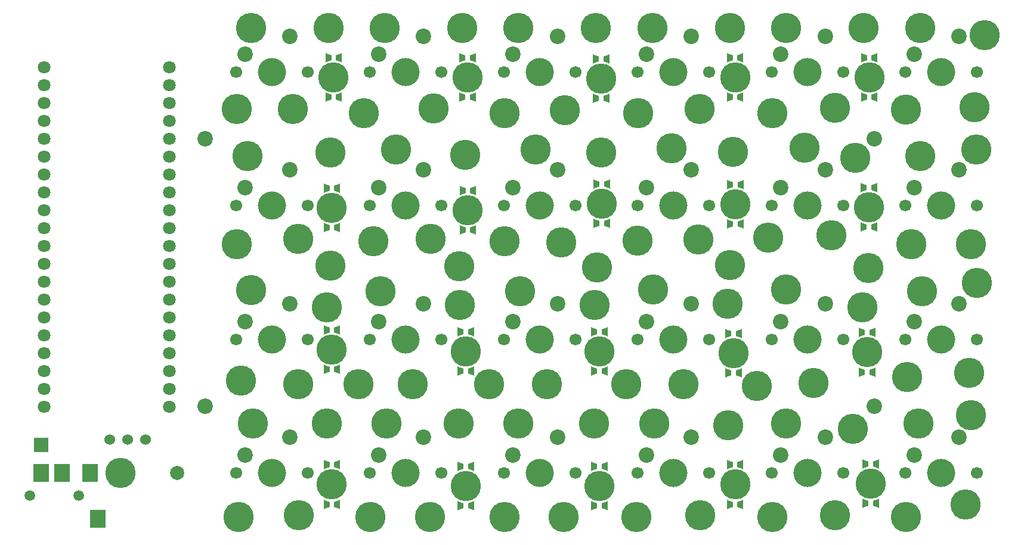
<source format=gts>
G04 #@! TF.GenerationSoftware,KiCad,Pcbnew,(6.0.1)*
G04 #@! TF.CreationDate,2022-02-20T21:27:20+09:00*
G04 #@! TF.ProjectId,kidoairaku,6b69646f-6169-4726-916b-752e6b696361,rev?*
G04 #@! TF.SameCoordinates,Original*
G04 #@! TF.FileFunction,Soldermask,Top*
G04 #@! TF.FilePolarity,Negative*
%FSLAX46Y46*%
G04 Gerber Fmt 4.6, Leading zero omitted, Abs format (unit mm)*
G04 Created by KiCad (PCBNEW (6.0.1)) date 2022-02-20 21:27:20*
%MOMM*%
%LPD*%
G01*
G04 APERTURE LIST*
G04 Aperture macros list*
%AMOutline4P*
0 Free polygon, 4 corners , with rotation*
0 The origin of the aperture is its center*
0 number of corners: always 4*
0 $1 to $8 corner X, Y*
0 $9 Rotation angle, in degrees counterclockwise*
0 create outline with 4 corners*
4,1,4,$1,$2,$3,$4,$5,$6,$7,$8,$1,$2,$9*%
G04 Aperture macros list end*
%ADD10C,2.200000*%
%ADD11R,2.000000X2.000000*%
%ADD12C,2.000000*%
%ADD13C,1.700000*%
%ADD14C,4.000000*%
%ADD15C,4.300000*%
%ADD16Outline4P,-0.650000X-0.410000X0.650000X-0.410000X0.350000X0.410000X-0.350000X0.410000X270.000000*%
%ADD17Outline4P,-0.350000X-0.410000X0.350000X-0.410000X0.650000X0.410000X-0.650000X0.410000X270.000000*%
%ADD18C,1.800000*%
%ADD19C,1.500000*%
%ADD20R,2.200000X2.500000*%
%ADD21C,1.524000*%
G04 APERTURE END LIST*
D10*
G04 #@! TO.C,H3*
X85500000Y-137750000D03*
G04 #@! TD*
G04 #@! TO.C,H4*
X180500000Y-99750000D03*
G04 #@! TD*
G04 #@! TO.C,H6*
X180500000Y-137750000D03*
G04 #@! TD*
G04 #@! TO.C,H9*
X85500000Y-99750000D03*
G04 #@! TD*
D11*
G04 #@! TO.C,J51*
X62250000Y-143250000D03*
G04 #@! TD*
D12*
G04 #@! TO.C,J52*
X81534000Y-147250000D03*
G04 #@! TD*
D13*
G04 #@! TO.C,SW1*
X100080000Y-90250000D03*
D14*
X95000000Y-90250000D03*
D13*
X89920000Y-90250000D03*
D10*
X97540000Y-85170000D03*
X91190000Y-87710000D03*
G04 #@! TD*
D13*
G04 #@! TO.C,SW2*
X119080000Y-90250000D03*
X108920000Y-90250000D03*
D14*
X114000000Y-90250000D03*
D10*
X116540000Y-85170000D03*
X110190000Y-87710000D03*
G04 #@! TD*
D13*
G04 #@! TO.C,SW3*
X138080000Y-90250000D03*
X127920000Y-90250000D03*
D14*
X133000000Y-90250000D03*
D10*
X135540000Y-85170000D03*
X129190000Y-87710000D03*
G04 #@! TD*
D14*
G04 #@! TO.C,SW4*
X152000000Y-90250000D03*
D13*
X146920000Y-90250000D03*
X157080000Y-90250000D03*
D10*
X154540000Y-85170000D03*
X148190000Y-87710000D03*
G04 #@! TD*
D13*
G04 #@! TO.C,SW5*
X165920000Y-90250000D03*
X176080000Y-90250000D03*
D14*
X171000000Y-90250000D03*
D10*
X173540000Y-85170000D03*
X167190000Y-87710000D03*
G04 #@! TD*
D13*
G04 #@! TO.C,SW6*
X184920000Y-90250000D03*
X195080000Y-90250000D03*
D14*
X190000000Y-90250000D03*
D10*
X192540000Y-85170000D03*
X186190000Y-87710000D03*
G04 #@! TD*
D14*
G04 #@! TO.C,SW11*
X95000000Y-109250000D03*
D13*
X100080000Y-109250000D03*
X89920000Y-109250000D03*
D10*
X97540000Y-104170000D03*
X91190000Y-106710000D03*
G04 #@! TD*
D13*
G04 #@! TO.C,SW12*
X108920000Y-109250000D03*
X119080000Y-109250000D03*
D14*
X114000000Y-109250000D03*
D10*
X116540000Y-104170000D03*
X110190000Y-106710000D03*
G04 #@! TD*
D13*
G04 #@! TO.C,SW13*
X138080000Y-109250000D03*
X127920000Y-109250000D03*
D14*
X133000000Y-109250000D03*
D10*
X135540000Y-104170000D03*
X129190000Y-106710000D03*
G04 #@! TD*
D13*
G04 #@! TO.C,SW14*
X146920000Y-109250000D03*
X157080000Y-109250000D03*
D14*
X152000000Y-109250000D03*
D10*
X154540000Y-104170000D03*
X148190000Y-106710000D03*
G04 #@! TD*
D14*
G04 #@! TO.C,SW15*
X171000000Y-109250000D03*
D13*
X165920000Y-109250000D03*
X176080000Y-109250000D03*
D10*
X173540000Y-104170000D03*
X167190000Y-106710000D03*
G04 #@! TD*
D13*
G04 #@! TO.C,SW16*
X195080000Y-109250000D03*
D14*
X190000000Y-109250000D03*
D13*
X184920000Y-109250000D03*
D10*
X192540000Y-104170000D03*
X186190000Y-106710000D03*
G04 #@! TD*
D13*
G04 #@! TO.C,SW21*
X100080000Y-128250000D03*
D14*
X95000000Y-128250000D03*
D13*
X89920000Y-128250000D03*
D10*
X97540000Y-123170000D03*
X91190000Y-125710000D03*
G04 #@! TD*
D13*
G04 #@! TO.C,SW22*
X119080000Y-128250000D03*
X108920000Y-128250000D03*
D14*
X114000000Y-128250000D03*
D10*
X116540000Y-123170000D03*
X110190000Y-125710000D03*
G04 #@! TD*
D13*
G04 #@! TO.C,SW23*
X127920000Y-128250000D03*
X138080000Y-128250000D03*
D14*
X133000000Y-128250000D03*
D10*
X135540000Y-123170000D03*
X129190000Y-125710000D03*
G04 #@! TD*
D13*
G04 #@! TO.C,SW24*
X146920000Y-128250000D03*
X157080000Y-128250000D03*
D14*
X152000000Y-128250000D03*
D10*
X154540000Y-123170000D03*
X148190000Y-125710000D03*
G04 #@! TD*
D14*
G04 #@! TO.C,SW25*
X171000000Y-128250000D03*
D13*
X176080000Y-128250000D03*
X165920000Y-128250000D03*
D10*
X173540000Y-123170000D03*
X167190000Y-125710000D03*
G04 #@! TD*
D14*
G04 #@! TO.C,SW26*
X190000000Y-128250000D03*
D13*
X195080000Y-128250000D03*
X184920000Y-128250000D03*
D10*
X192540000Y-123170000D03*
X186190000Y-125710000D03*
G04 #@! TD*
D13*
G04 #@! TO.C,SW31*
X100080000Y-147250000D03*
D14*
X95000000Y-147250000D03*
D13*
X89920000Y-147250000D03*
D10*
X97540000Y-142170000D03*
X91190000Y-144710000D03*
G04 #@! TD*
D13*
G04 #@! TO.C,SW32*
X108920000Y-147250000D03*
X119080000Y-147250000D03*
D14*
X114000000Y-147250000D03*
D10*
X116540000Y-142170000D03*
X110190000Y-144710000D03*
G04 #@! TD*
D13*
G04 #@! TO.C,SW33*
X127920000Y-147250000D03*
X138080000Y-147250000D03*
D14*
X133000000Y-147250000D03*
D10*
X135540000Y-142170000D03*
X129190000Y-144710000D03*
G04 #@! TD*
D13*
G04 #@! TO.C,SW34*
X146920000Y-147250000D03*
X157080000Y-147250000D03*
D14*
X152000000Y-147250000D03*
D10*
X154540000Y-142170000D03*
X148190000Y-144710000D03*
G04 #@! TD*
D14*
G04 #@! TO.C,SW35*
X171000000Y-147250000D03*
D13*
X165920000Y-147250000D03*
X176080000Y-147250000D03*
D10*
X173540000Y-142170000D03*
X167190000Y-144710000D03*
G04 #@! TD*
D13*
G04 #@! TO.C,SW36*
X184920000Y-147250000D03*
X195080000Y-147250000D03*
D14*
X190000000Y-147250000D03*
D10*
X192540000Y-142170000D03*
X186190000Y-144710000D03*
G04 #@! TD*
D15*
G04 #@! TO.C,D101*
X187000000Y-84000000D03*
G04 #@! TD*
G04 #@! TO.C,D102*
X179000000Y-84000000D03*
G04 #@! TD*
G04 #@! TO.C,D103*
X168000000Y-84000000D03*
G04 #@! TD*
G04 #@! TO.C,D104*
X160000000Y-84000000D03*
G04 #@! TD*
G04 #@! TO.C,D105*
X149000000Y-84000000D03*
G04 #@! TD*
G04 #@! TO.C,D106*
X141000000Y-84000000D03*
G04 #@! TD*
G04 #@! TO.C,D107*
X130000000Y-84000000D03*
G04 #@! TD*
G04 #@! TO.C,D108*
X122000000Y-84000000D03*
G04 #@! TD*
G04 #@! TO.C,D109*
X111000000Y-84000000D03*
G04 #@! TD*
G04 #@! TO.C,D110*
X103000000Y-84000000D03*
G04 #@! TD*
G04 #@! TO.C,D111*
X92000000Y-84000000D03*
G04 #@! TD*
G04 #@! TO.C,D112*
X194700000Y-95250000D03*
G04 #@! TD*
G04 #@! TO.C,D113*
X185000000Y-95600000D03*
G04 #@! TD*
G04 #@! TO.C,D114*
X174900000Y-95350000D03*
G04 #@! TD*
G04 #@! TO.C,D115*
X166000000Y-96100000D03*
G04 #@! TD*
G04 #@! TO.C,D116*
X155700000Y-95500000D03*
G04 #@! TD*
G04 #@! TO.C,D117*
X147000000Y-96100000D03*
G04 #@! TD*
G04 #@! TO.C,D118*
X136600000Y-95700000D03*
G04 #@! TD*
G04 #@! TO.C,D119*
X128000000Y-96100000D03*
G04 #@! TD*
G04 #@! TO.C,D120*
X117900000Y-95450000D03*
G04 #@! TD*
G04 #@! TO.C,D121*
X108000000Y-96100000D03*
G04 #@! TD*
G04 #@! TO.C,D122*
X98000000Y-95500000D03*
G04 #@! TD*
G04 #@! TO.C,D123*
X90000000Y-95500000D03*
G04 #@! TD*
G04 #@! TO.C,D124*
X187000000Y-102200000D03*
G04 #@! TD*
G04 #@! TO.C,D125*
X177800000Y-102500000D03*
G04 #@! TD*
G04 #@! TO.C,D126*
X170600000Y-101000000D03*
G04 #@! TD*
G04 #@! TO.C,D127*
X160400000Y-101600000D03*
G04 #@! TD*
G04 #@! TO.C,D128*
X151700000Y-101100000D03*
G04 #@! TD*
G04 #@! TO.C,D129*
X141700000Y-101700000D03*
G04 #@! TD*
G04 #@! TO.C,D130*
X132400000Y-101300000D03*
G04 #@! TD*
G04 #@! TO.C,D131*
X122400000Y-102000000D03*
G04 #@! TD*
G04 #@! TO.C,D132*
X112600000Y-101250000D03*
G04 #@! TD*
G04 #@! TO.C,D133*
X103300000Y-101700000D03*
G04 #@! TD*
G04 #@! TO.C,D134*
X91500000Y-102250000D03*
G04 #@! TD*
G04 #@! TO.C,D135*
X194250000Y-114750000D03*
G04 #@! TD*
G04 #@! TO.C,D136*
X185750000Y-114750000D03*
G04 #@! TD*
G04 #@! TO.C,D137*
X174400000Y-113500000D03*
G04 #@! TD*
G04 #@! TO.C,D138*
X165400000Y-113800000D03*
G04 #@! TD*
G04 #@! TO.C,D139*
X155500000Y-114100000D03*
G04 #@! TD*
G04 #@! TO.C,D140*
X146900000Y-114250000D03*
G04 #@! TD*
G04 #@! TO.C,D141*
X136100000Y-114450000D03*
G04 #@! TD*
G04 #@! TO.C,D142*
X128000000Y-114300000D03*
G04 #@! TD*
G04 #@! TO.C,D143*
X117500000Y-114000000D03*
G04 #@! TD*
G04 #@! TO.C,D144*
X109400000Y-114300000D03*
G04 #@! TD*
G04 #@! TO.C,D145*
X98700000Y-113950000D03*
G04 #@! TD*
G04 #@! TO.C,D146*
X90000000Y-114750000D03*
G04 #@! TD*
G04 #@! TO.C,D147*
X195050000Y-120250000D03*
G04 #@! TD*
G04 #@! TO.C,D148*
X178800000Y-123700000D03*
G04 #@! TD*
G04 #@! TO.C,D149*
X168000000Y-121200000D03*
G04 #@! TD*
G04 #@! TO.C,D150*
X159700000Y-123200000D03*
G04 #@! TD*
G04 #@! TO.C,D151*
X149100000Y-121200000D03*
G04 #@! TD*
G04 #@! TO.C,D152*
X140800000Y-123400000D03*
G04 #@! TD*
G04 #@! TO.C,D153*
X130250000Y-121400000D03*
G04 #@! TD*
G04 #@! TO.C,D154*
X121700000Y-123400000D03*
G04 #@! TD*
G04 #@! TO.C,D155*
X110400000Y-121400000D03*
G04 #@! TD*
G04 #@! TO.C,D156*
X102800000Y-123700000D03*
G04 #@! TD*
G04 #@! TO.C,D157*
X92000000Y-121250000D03*
G04 #@! TD*
G04 #@! TO.C,D158*
X194000000Y-133000000D03*
G04 #@! TD*
G04 #@! TO.C,D159*
X185200000Y-133600000D03*
G04 #@! TD*
G04 #@! TO.C,D160*
X171900000Y-134500000D03*
G04 #@! TD*
G04 #@! TO.C,D161*
X163800000Y-134900000D03*
G04 #@! TD*
G04 #@! TO.C,D162*
X153400000Y-134650000D03*
G04 #@! TD*
G04 #@! TO.C,D163*
X145300000Y-134600000D03*
G04 #@! TD*
G04 #@! TO.C,D164*
X134000000Y-134600000D03*
G04 #@! TD*
G04 #@! TO.C,D165*
X125800000Y-134600000D03*
G04 #@! TD*
G04 #@! TO.C,D166*
X115000000Y-134600000D03*
G04 #@! TD*
G04 #@! TO.C,D167*
X107300000Y-134600000D03*
G04 #@! TD*
G04 #@! TO.C,D168*
X98700000Y-134600000D03*
G04 #@! TD*
G04 #@! TO.C,D169*
X90600000Y-134100000D03*
G04 #@! TD*
G04 #@! TO.C,D170*
X194250000Y-139000000D03*
G04 #@! TD*
G04 #@! TO.C,D171*
X177500000Y-141000000D03*
G04 #@! TD*
G04 #@! TO.C,D172*
X168000000Y-140250000D03*
G04 #@! TD*
G04 #@! TO.C,D173*
X159750000Y-140500000D03*
G04 #@! TD*
G04 #@! TO.C,D174*
X149250000Y-140250000D03*
G04 #@! TD*
G04 #@! TO.C,D175*
X140750000Y-140250000D03*
G04 #@! TD*
G04 #@! TO.C,D176*
X130000000Y-140250000D03*
G04 #@! TD*
G04 #@! TO.C,D177*
X121500000Y-140250000D03*
G04 #@! TD*
G04 #@! TO.C,D178*
X111250000Y-140250000D03*
G04 #@! TD*
G04 #@! TO.C,D179*
X102750000Y-140250000D03*
G04 #@! TD*
G04 #@! TO.C,D180*
X92250000Y-140250000D03*
G04 #@! TD*
G04 #@! TO.C,D181*
X193500000Y-151750000D03*
G04 #@! TD*
G04 #@! TO.C,D182*
X185000000Y-153500000D03*
G04 #@! TD*
G04 #@! TO.C,D183*
X174900000Y-153250000D03*
G04 #@! TD*
G04 #@! TO.C,D184*
X166000000Y-153500000D03*
G04 #@! TD*
G04 #@! TO.C,D185*
X155800000Y-153250000D03*
G04 #@! TD*
G04 #@! TO.C,D186*
X146750000Y-153500000D03*
G04 #@! TD*
G04 #@! TO.C,D187*
X136400000Y-153500000D03*
G04 #@! TD*
G04 #@! TO.C,D188*
X128000000Y-153500000D03*
G04 #@! TD*
G04 #@! TO.C,D189*
X117400000Y-153500000D03*
G04 #@! TD*
G04 #@! TO.C,D190*
X109000000Y-153500000D03*
G04 #@! TD*
G04 #@! TO.C,D191*
X98800000Y-153250000D03*
G04 #@! TD*
G04 #@! TO.C,D192*
X90250000Y-153500000D03*
G04 #@! TD*
G04 #@! TO.C,D193*
X103500000Y-148900000D03*
D16*
X102750000Y-146100000D03*
X102750000Y-151700000D03*
D17*
X104250000Y-151700000D03*
X104250000Y-146100000D03*
G04 #@! TD*
D15*
G04 #@! TO.C,D194*
X103500000Y-129700000D03*
D16*
X102750000Y-126900000D03*
X102750000Y-132500000D03*
D17*
X104250000Y-132500000D03*
X104250000Y-126900000D03*
G04 #@! TD*
D15*
G04 #@! TO.C,D195*
X103500000Y-109600000D03*
D16*
X102750000Y-106800000D03*
X102750000Y-112400000D03*
D17*
X104250000Y-112400000D03*
X104250000Y-106800000D03*
G04 #@! TD*
D15*
G04 #@! TO.C,D196*
X103750000Y-91000000D03*
D16*
X103000000Y-88200000D03*
X103000000Y-93800000D03*
D17*
X104500000Y-93800000D03*
X104500000Y-88200000D03*
G04 #@! TD*
D15*
G04 #@! TO.C,D197*
X122500000Y-149100000D03*
D16*
X121750000Y-146300000D03*
X121750000Y-151900000D03*
D17*
X123250000Y-151900000D03*
X123250000Y-146300000D03*
G04 #@! TD*
D15*
G04 #@! TO.C,D198*
X122500000Y-130000000D03*
D16*
X121750000Y-127200000D03*
X121750000Y-132800000D03*
D17*
X123250000Y-132800000D03*
X123250000Y-127200000D03*
G04 #@! TD*
D15*
G04 #@! TO.C,D199*
X122800000Y-109900000D03*
D16*
X122050000Y-107100000D03*
X122050000Y-112700000D03*
D17*
X123550000Y-112700000D03*
X123550000Y-107100000D03*
G04 #@! TD*
D15*
G04 #@! TO.C,D200*
X122750000Y-91000000D03*
D16*
X122000000Y-88200000D03*
X122000000Y-93800000D03*
D17*
X123500000Y-93800000D03*
X123500000Y-88200000D03*
G04 #@! TD*
D15*
G04 #@! TO.C,D201*
X141500000Y-149100000D03*
D16*
X140750000Y-146300000D03*
X140750000Y-151900000D03*
D17*
X142250000Y-151900000D03*
X142250000Y-146300000D03*
G04 #@! TD*
D15*
G04 #@! TO.C,D202*
X141500000Y-130000000D03*
D16*
X140750000Y-127200000D03*
X140750000Y-132800000D03*
D17*
X142250000Y-132800000D03*
X142250000Y-127200000D03*
G04 #@! TD*
D15*
G04 #@! TO.C,D203*
X141800000Y-109000000D03*
D16*
X141050000Y-106200000D03*
X141050000Y-111800000D03*
D17*
X142550000Y-111800000D03*
X142550000Y-106200000D03*
G04 #@! TD*
D15*
G04 #@! TO.C,D204*
X141750000Y-91200000D03*
D16*
X141000000Y-88400000D03*
X141000000Y-94000000D03*
D17*
X142500000Y-94000000D03*
X142500000Y-88400000D03*
G04 #@! TD*
D15*
G04 #@! TO.C,D205*
X160750000Y-148900000D03*
D16*
X160000000Y-146100000D03*
X160000000Y-151700000D03*
D17*
X161500000Y-151700000D03*
X161500000Y-146100000D03*
G04 #@! TD*
D15*
G04 #@! TO.C,D206*
X160500000Y-130200000D03*
D16*
X159750000Y-127400000D03*
X159750000Y-133000000D03*
D17*
X161250000Y-133000000D03*
X161250000Y-127400000D03*
G04 #@! TD*
D15*
G04 #@! TO.C,D207*
X160800000Y-109100000D03*
D16*
X160050000Y-106300000D03*
X160050000Y-111900000D03*
D17*
X161550000Y-111900000D03*
X161550000Y-106300000D03*
G04 #@! TD*
D15*
G04 #@! TO.C,D208*
X160750000Y-91000000D03*
D16*
X160000000Y-88200000D03*
X160000000Y-93800000D03*
D17*
X161500000Y-93800000D03*
X161500000Y-88200000D03*
G04 #@! TD*
D15*
G04 #@! TO.C,D209*
X180000000Y-148800000D03*
D16*
X179250000Y-146000000D03*
X179250000Y-151600000D03*
D17*
X180750000Y-151600000D03*
X180750000Y-146000000D03*
G04 #@! TD*
D15*
G04 #@! TO.C,D210*
X179500000Y-130100000D03*
D16*
X178750000Y-127300000D03*
X178750000Y-132900000D03*
D17*
X180250000Y-132900000D03*
X180250000Y-127300000D03*
G04 #@! TD*
D15*
G04 #@! TO.C,D211*
X179750000Y-109500000D03*
D16*
X179000000Y-106700000D03*
X179000000Y-112300000D03*
D17*
X180500000Y-112300000D03*
X180500000Y-106700000D03*
G04 #@! TD*
D15*
G04 #@! TO.C,D212*
X179800000Y-91000000D03*
D16*
X179050000Y-88200000D03*
X179050000Y-93800000D03*
D17*
X180550000Y-93800000D03*
X180550000Y-88200000D03*
G04 #@! TD*
D15*
G04 #@! TO.C,D99*
X73500000Y-147250000D03*
G04 #@! TD*
D18*
G04 #@! TO.C,U1*
X62610000Y-89620000D03*
X62610000Y-92160000D03*
X62610000Y-94700000D03*
X62610000Y-97240000D03*
X62610000Y-99780000D03*
X62610000Y-102320000D03*
X62610000Y-104860000D03*
X62610000Y-107400000D03*
X62610000Y-109940000D03*
X62610000Y-112480000D03*
X62610000Y-115020000D03*
X62610000Y-117560000D03*
X62610000Y-120100000D03*
X62610000Y-122640000D03*
X62610000Y-125180000D03*
X62610000Y-127720000D03*
X62610000Y-130260000D03*
X62610000Y-132800000D03*
X62610000Y-135340000D03*
X62610000Y-137880000D03*
X80390000Y-137880000D03*
X80390000Y-135340000D03*
X80390000Y-132800000D03*
X80390000Y-130260000D03*
X80390000Y-127720000D03*
X80390000Y-125180000D03*
X80390000Y-122640000D03*
X80390000Y-120100000D03*
X80390000Y-117560000D03*
X80390000Y-115020000D03*
X80390000Y-112480000D03*
X80390000Y-109940000D03*
X80390000Y-107400000D03*
X80390000Y-104860000D03*
X80390000Y-102320000D03*
X80390000Y-99780000D03*
X80390000Y-97240000D03*
X80390000Y-94700000D03*
X80390000Y-92160000D03*
X80390000Y-89620000D03*
G04 #@! TD*
D15*
G04 #@! TO.C,D213*
X195000000Y-101250000D03*
G04 #@! TD*
G04 #@! TO.C,D214*
X187300000Y-121400000D03*
G04 #@! TD*
G04 #@! TO.C,D215*
X186800000Y-140250000D03*
G04 #@! TD*
D19*
G04 #@! TO.C,J1*
X60600000Y-150500000D03*
X67600000Y-150500000D03*
D20*
X70300000Y-153750000D03*
X62200000Y-147250000D03*
X65200000Y-147250000D03*
X69200000Y-147250000D03*
G04 #@! TD*
D21*
G04 #@! TO.C,SW51*
X71960000Y-142500000D03*
X74500000Y-142500000D03*
X77040000Y-142500000D03*
G04 #@! TD*
D15*
G04 #@! TO.C,D216*
X103300000Y-117800000D03*
G04 #@! TD*
G04 #@! TO.C,D217*
X121600000Y-117900000D03*
G04 #@! TD*
G04 #@! TO.C,D218*
X141100000Y-118050000D03*
G04 #@! TD*
G04 #@! TO.C,D219*
X160000000Y-117700000D03*
G04 #@! TD*
G04 #@! TO.C,D220*
X179700000Y-118100000D03*
G04 #@! TD*
G04 #@! TO.C,D221*
X196200000Y-85050000D03*
G04 #@! TD*
M02*

</source>
